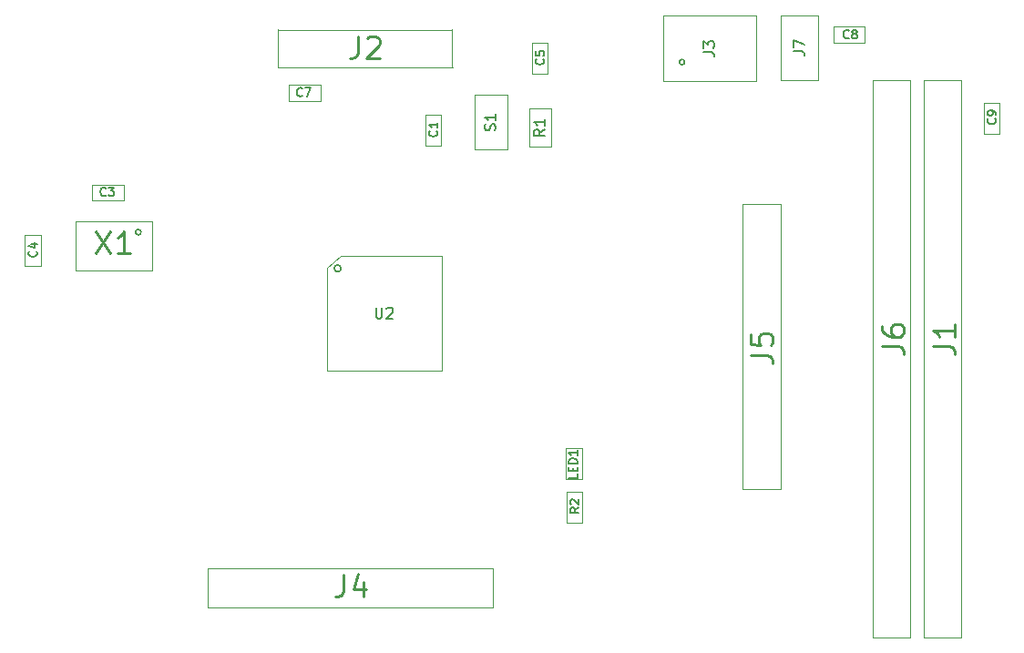
<source format=gbr>
G04 #@! TF.FileFunction,Other,Fab,Top*
%FSLAX46Y46*%
G04 Gerber Fmt 4.6, Leading zero omitted, Abs format (unit mm)*
G04 Created by KiCad (PCBNEW 4.0.6) date Sat Aug 26 00:36:03 2017*
%MOMM*%
%LPD*%
G01*
G04 APERTURE LIST*
%ADD10C,0.100000*%
%ADD11C,0.045720*%
%ADD12C,0.152400*%
%ADD13C,0.050000*%
%ADD14C,0.200000*%
%ADD15C,0.050800*%
%ADD16C,0.150000*%
%ADD17C,0.254000*%
G04 APERTURE END LIST*
D10*
D11*
X161290000Y-78041500D02*
X162623500Y-76962000D01*
D12*
X162623500Y-78105000D02*
G75*
G03X162623500Y-78105000I-317500J0D01*
G01*
D13*
X171958000Y-87630000D02*
X171958000Y-76962000D01*
X161290000Y-87630000D02*
X171958000Y-87630000D01*
X161290000Y-78041500D02*
X161290000Y-87630000D01*
X171958000Y-76962000D02*
X162623500Y-76962000D01*
X170446000Y-66728000D02*
X170446000Y-63828000D01*
X170446000Y-66728000D02*
X171946000Y-66728000D01*
X170446000Y-63828000D02*
X171946000Y-63828000D01*
X171946000Y-66728000D02*
X171946000Y-63828000D01*
X142420000Y-71810000D02*
X139520000Y-71810000D01*
X142420000Y-71810000D02*
X142420000Y-70310000D01*
X139520000Y-71810000D02*
X139520000Y-70310000D01*
X142420000Y-70310000D02*
X139520000Y-70310000D01*
X133220000Y-77920000D02*
X133220000Y-75020000D01*
X133220000Y-77920000D02*
X134720000Y-77920000D01*
X133220000Y-75020000D02*
X134720000Y-75020000D01*
X134720000Y-77920000D02*
X134720000Y-75020000D01*
X180352000Y-60042720D02*
X180352000Y-57142720D01*
X180352000Y-60042720D02*
X181852000Y-60042720D01*
X180352000Y-57142720D02*
X181852000Y-57142720D01*
X181852000Y-60042720D02*
X181852000Y-57142720D01*
X160692760Y-62548200D02*
X157792760Y-62548200D01*
X160692760Y-62548200D02*
X160692760Y-61048200D01*
X157792760Y-62548200D02*
X157792760Y-61048200D01*
X160692760Y-61048200D02*
X157792760Y-61048200D01*
X208414960Y-55597360D02*
X211314960Y-55597360D01*
X208414960Y-55597360D02*
X208414960Y-57097360D01*
X211314960Y-55597360D02*
X211314960Y-57097360D01*
X208414960Y-57097360D02*
X211314960Y-57097360D01*
X222340740Y-65602780D02*
X222340740Y-62702780D01*
X222340740Y-65602780D02*
X223840740Y-65602780D01*
X222340740Y-62702780D02*
X223840740Y-62702780D01*
X223840740Y-65602780D02*
X223840740Y-62702780D01*
X172960000Y-55910000D02*
X156760000Y-55910000D01*
X172950000Y-55900000D02*
X172950000Y-59400000D01*
X172970000Y-59390000D02*
X156770000Y-59390000D01*
X156780000Y-55890000D02*
X156780000Y-59390000D01*
X201168000Y-54610000D02*
X192532000Y-54610000D01*
X201168000Y-60706000D02*
X201168000Y-54610000D01*
X192532000Y-60706000D02*
X201168000Y-60706000D01*
X192532000Y-54610000D02*
X192532000Y-60706000D01*
D14*
X194564000Y-58928000D02*
G75*
G03X194564000Y-58928000I-254000J0D01*
G01*
D15*
X176750000Y-109590000D02*
X150250000Y-109590000D01*
X176750000Y-105990000D02*
X176750000Y-109590000D01*
X150250000Y-105990000D02*
X176750000Y-105990000D01*
X150250000Y-109590000D02*
X150250000Y-105990000D01*
X199910000Y-98660000D02*
X199910000Y-72160000D01*
X203510000Y-98660000D02*
X199910000Y-98660000D01*
X203510000Y-72160000D02*
X203510000Y-98660000D01*
X199910000Y-72160000D02*
X203510000Y-72160000D01*
D13*
X184994200Y-94785600D02*
X184994200Y-97685600D01*
X184994200Y-94785600D02*
X183494200Y-94785600D01*
X184994200Y-97685600D02*
X183494200Y-97685600D01*
X183494200Y-94785600D02*
X183494200Y-97685600D01*
X180086000Y-66802000D02*
X182118000Y-66802000D01*
X180086000Y-63246000D02*
X180086000Y-66802000D01*
X182118000Y-63246000D02*
X180086000Y-63246000D01*
X182118000Y-66802000D02*
X182118000Y-63246000D01*
X183549600Y-101735200D02*
X183549600Y-98835200D01*
X183549600Y-101735200D02*
X185049600Y-101735200D01*
X183549600Y-98835200D02*
X185049600Y-98835200D01*
X185049600Y-101735200D02*
X185049600Y-98835200D01*
X178054000Y-61976000D02*
X178054000Y-67056000D01*
X175006000Y-61976000D02*
X178054000Y-61976000D01*
X175006000Y-67056000D02*
X175006000Y-61976000D01*
X178054000Y-67056000D02*
X175006000Y-67056000D01*
X145046000Y-78290000D02*
X137934000Y-78290000D01*
X145046000Y-73718000D02*
X145046000Y-78290000D01*
X137934000Y-73718000D02*
X145046000Y-73718000D01*
X137934000Y-78290000D02*
X137934000Y-73718000D01*
D14*
X144030000Y-74734000D02*
G75*
G03X144030000Y-74734000I-254000J0D01*
G01*
D15*
X216750000Y-112390000D02*
X216750000Y-60640000D01*
X220250000Y-112390000D02*
X216750000Y-112390000D01*
X220250000Y-60640000D02*
X220250000Y-112390000D01*
X216750000Y-60640000D02*
X220250000Y-60640000D01*
X212030000Y-112390000D02*
X212030000Y-60640000D01*
X215530000Y-112390000D02*
X212030000Y-112390000D01*
X215530000Y-60640000D02*
X215530000Y-112390000D01*
X212030000Y-60640000D02*
X215530000Y-60640000D01*
D13*
X206990000Y-60600000D02*
X206990000Y-54600000D01*
X206990000Y-60600000D02*
X203490000Y-60600000D01*
X203490000Y-54600000D02*
X203490000Y-60600000D01*
X206990000Y-54600000D02*
X203490000Y-54600000D01*
D16*
X165862095Y-81748381D02*
X165862095Y-82557905D01*
X165909714Y-82653143D01*
X165957333Y-82700762D01*
X166052571Y-82748381D01*
X166243048Y-82748381D01*
X166338286Y-82700762D01*
X166385905Y-82653143D01*
X166433524Y-82557905D01*
X166433524Y-81748381D01*
X166862095Y-81843619D02*
X166909714Y-81796000D01*
X167004952Y-81748381D01*
X167243048Y-81748381D01*
X167338286Y-81796000D01*
X167385905Y-81843619D01*
X167433524Y-81938857D01*
X167433524Y-82034095D01*
X167385905Y-82176952D01*
X166814476Y-82748381D01*
X167433524Y-82748381D01*
X171521714Y-65321333D02*
X171559810Y-65359428D01*
X171597905Y-65473714D01*
X171597905Y-65549904D01*
X171559810Y-65664190D01*
X171483619Y-65740381D01*
X171407429Y-65778476D01*
X171255048Y-65816571D01*
X171140762Y-65816571D01*
X170988381Y-65778476D01*
X170912190Y-65740381D01*
X170836000Y-65664190D01*
X170797905Y-65549904D01*
X170797905Y-65473714D01*
X170836000Y-65359428D01*
X170874095Y-65321333D01*
X171597905Y-64559428D02*
X171597905Y-65016571D01*
X171597905Y-64788000D02*
X170797905Y-64788000D01*
X170912190Y-64864190D01*
X170988381Y-64940381D01*
X171026476Y-65016571D01*
X140746667Y-71305714D02*
X140708572Y-71343810D01*
X140594286Y-71381905D01*
X140518096Y-71381905D01*
X140403810Y-71343810D01*
X140327619Y-71267619D01*
X140289524Y-71191429D01*
X140251429Y-71039048D01*
X140251429Y-70924762D01*
X140289524Y-70772381D01*
X140327619Y-70696190D01*
X140403810Y-70620000D01*
X140518096Y-70581905D01*
X140594286Y-70581905D01*
X140708572Y-70620000D01*
X140746667Y-70658095D01*
X141013334Y-70581905D02*
X141508572Y-70581905D01*
X141241905Y-70886667D01*
X141356191Y-70886667D01*
X141432381Y-70924762D01*
X141470477Y-70962857D01*
X141508572Y-71039048D01*
X141508572Y-71229524D01*
X141470477Y-71305714D01*
X141432381Y-71343810D01*
X141356191Y-71381905D01*
X141127619Y-71381905D01*
X141051429Y-71343810D01*
X141013334Y-71305714D01*
X134295714Y-76513333D02*
X134333810Y-76551428D01*
X134371905Y-76665714D01*
X134371905Y-76741904D01*
X134333810Y-76856190D01*
X134257619Y-76932381D01*
X134181429Y-76970476D01*
X134029048Y-77008571D01*
X133914762Y-77008571D01*
X133762381Y-76970476D01*
X133686190Y-76932381D01*
X133610000Y-76856190D01*
X133571905Y-76741904D01*
X133571905Y-76665714D01*
X133610000Y-76551428D01*
X133648095Y-76513333D01*
X133838571Y-75827619D02*
X134371905Y-75827619D01*
X133533810Y-76018095D02*
X134105238Y-76208571D01*
X134105238Y-75713333D01*
X181427714Y-58636053D02*
X181465810Y-58674148D01*
X181503905Y-58788434D01*
X181503905Y-58864624D01*
X181465810Y-58978910D01*
X181389619Y-59055101D01*
X181313429Y-59093196D01*
X181161048Y-59131291D01*
X181046762Y-59131291D01*
X180894381Y-59093196D01*
X180818190Y-59055101D01*
X180742000Y-58978910D01*
X180703905Y-58864624D01*
X180703905Y-58788434D01*
X180742000Y-58674148D01*
X180780095Y-58636053D01*
X180703905Y-57912243D02*
X180703905Y-58293196D01*
X181084857Y-58331291D01*
X181046762Y-58293196D01*
X181008667Y-58217005D01*
X181008667Y-58026529D01*
X181046762Y-57950339D01*
X181084857Y-57912243D01*
X181161048Y-57874148D01*
X181351524Y-57874148D01*
X181427714Y-57912243D01*
X181465810Y-57950339D01*
X181503905Y-58026529D01*
X181503905Y-58217005D01*
X181465810Y-58293196D01*
X181427714Y-58331291D01*
X159019427Y-62043914D02*
X158981332Y-62082010D01*
X158867046Y-62120105D01*
X158790856Y-62120105D01*
X158676570Y-62082010D01*
X158600379Y-62005819D01*
X158562284Y-61929629D01*
X158524189Y-61777248D01*
X158524189Y-61662962D01*
X158562284Y-61510581D01*
X158600379Y-61434390D01*
X158676570Y-61358200D01*
X158790856Y-61320105D01*
X158867046Y-61320105D01*
X158981332Y-61358200D01*
X159019427Y-61396295D01*
X159286094Y-61320105D02*
X159819427Y-61320105D01*
X159476570Y-62120105D01*
X209821627Y-56673074D02*
X209783532Y-56711170D01*
X209669246Y-56749265D01*
X209593056Y-56749265D01*
X209478770Y-56711170D01*
X209402579Y-56634979D01*
X209364484Y-56558789D01*
X209326389Y-56406408D01*
X209326389Y-56292122D01*
X209364484Y-56139741D01*
X209402579Y-56063550D01*
X209478770Y-55987360D01*
X209593056Y-55949265D01*
X209669246Y-55949265D01*
X209783532Y-55987360D01*
X209821627Y-56025455D01*
X210278770Y-56292122D02*
X210202579Y-56254027D01*
X210164484Y-56215931D01*
X210126389Y-56139741D01*
X210126389Y-56101646D01*
X210164484Y-56025455D01*
X210202579Y-55987360D01*
X210278770Y-55949265D01*
X210431151Y-55949265D01*
X210507341Y-55987360D01*
X210545437Y-56025455D01*
X210583532Y-56101646D01*
X210583532Y-56139741D01*
X210545437Y-56215931D01*
X210507341Y-56254027D01*
X210431151Y-56292122D01*
X210278770Y-56292122D01*
X210202579Y-56330217D01*
X210164484Y-56368312D01*
X210126389Y-56444503D01*
X210126389Y-56596884D01*
X210164484Y-56673074D01*
X210202579Y-56711170D01*
X210278770Y-56749265D01*
X210431151Y-56749265D01*
X210507341Y-56711170D01*
X210545437Y-56673074D01*
X210583532Y-56596884D01*
X210583532Y-56444503D01*
X210545437Y-56368312D01*
X210507341Y-56330217D01*
X210431151Y-56292122D01*
X223416454Y-64196113D02*
X223454550Y-64234208D01*
X223492645Y-64348494D01*
X223492645Y-64424684D01*
X223454550Y-64538970D01*
X223378359Y-64615161D01*
X223302169Y-64653256D01*
X223149788Y-64691351D01*
X223035502Y-64691351D01*
X222883121Y-64653256D01*
X222806930Y-64615161D01*
X222730740Y-64538970D01*
X222692645Y-64424684D01*
X222692645Y-64348494D01*
X222730740Y-64234208D01*
X222768835Y-64196113D01*
X223492645Y-63815161D02*
X223492645Y-63662780D01*
X223454550Y-63586589D01*
X223416454Y-63548494D01*
X223302169Y-63472303D01*
X223149788Y-63434208D01*
X222845026Y-63434208D01*
X222768835Y-63472303D01*
X222730740Y-63510399D01*
X222692645Y-63586589D01*
X222692645Y-63738970D01*
X222730740Y-63815161D01*
X222768835Y-63853256D01*
X222845026Y-63891351D01*
X223035502Y-63891351D01*
X223111692Y-63853256D01*
X223149788Y-63815161D01*
X223187883Y-63738970D01*
X223187883Y-63586589D01*
X223149788Y-63510399D01*
X223111692Y-63472303D01*
X223035502Y-63434208D01*
D17*
X164182667Y-56537238D02*
X164182667Y-57988667D01*
X164085905Y-58278952D01*
X163892381Y-58472476D01*
X163602096Y-58569238D01*
X163408572Y-58569238D01*
X165053524Y-56730762D02*
X165150286Y-56634000D01*
X165343809Y-56537238D01*
X165827619Y-56537238D01*
X166021143Y-56634000D01*
X166117905Y-56730762D01*
X166214666Y-56924286D01*
X166214666Y-57117810D01*
X166117905Y-57408095D01*
X164956762Y-58569238D01*
X166214666Y-58569238D01*
D16*
X196302381Y-57991333D02*
X197016667Y-57991333D01*
X197159524Y-58038953D01*
X197254762Y-58134191D01*
X197302381Y-58277048D01*
X197302381Y-58372286D01*
X196302381Y-57610381D02*
X196302381Y-56991333D01*
X196683333Y-57324667D01*
X196683333Y-57181809D01*
X196730952Y-57086571D01*
X196778571Y-57038952D01*
X196873810Y-56991333D01*
X197111905Y-56991333D01*
X197207143Y-57038952D01*
X197254762Y-57086571D01*
X197302381Y-57181809D01*
X197302381Y-57467524D01*
X197254762Y-57562762D01*
X197207143Y-57610381D01*
D17*
X162872667Y-106577238D02*
X162872667Y-108028667D01*
X162775905Y-108318952D01*
X162582381Y-108512476D01*
X162292096Y-108609238D01*
X162098572Y-108609238D01*
X164711143Y-107254571D02*
X164711143Y-108609238D01*
X164227333Y-106480476D02*
X163743524Y-107931905D01*
X165001428Y-107931905D01*
X200697238Y-86137333D02*
X202148667Y-86137333D01*
X202438952Y-86234095D01*
X202632476Y-86427619D01*
X202729238Y-86717904D01*
X202729238Y-86911428D01*
X200697238Y-84202095D02*
X200697238Y-85169714D01*
X201664857Y-85266476D01*
X201568095Y-85169714D01*
X201471333Y-84976191D01*
X201471333Y-84492381D01*
X201568095Y-84298857D01*
X201664857Y-84202095D01*
X201858381Y-84105334D01*
X202342190Y-84105334D01*
X202535714Y-84202095D01*
X202632476Y-84298857D01*
X202729238Y-84492381D01*
X202729238Y-84976191D01*
X202632476Y-85169714D01*
X202535714Y-85266476D01*
D16*
X184566105Y-97220838D02*
X184566105Y-97601791D01*
X183766105Y-97601791D01*
X184147057Y-96954172D02*
X184147057Y-96687505D01*
X184566105Y-96573219D02*
X184566105Y-96954172D01*
X183766105Y-96954172D01*
X183766105Y-96573219D01*
X184566105Y-96230362D02*
X183766105Y-96230362D01*
X183766105Y-96039886D01*
X183804200Y-95925600D01*
X183880390Y-95849409D01*
X183956581Y-95811314D01*
X184108962Y-95773219D01*
X184223248Y-95773219D01*
X184375629Y-95811314D01*
X184451819Y-95849409D01*
X184528010Y-95925600D01*
X184566105Y-96039886D01*
X184566105Y-96230362D01*
X184566105Y-95011314D02*
X184566105Y-95468457D01*
X184566105Y-95239886D02*
X183766105Y-95239886D01*
X183880390Y-95316076D01*
X183956581Y-95392267D01*
X183994676Y-95468457D01*
X181554381Y-65190666D02*
X181078190Y-65524000D01*
X181554381Y-65762095D02*
X180554381Y-65762095D01*
X180554381Y-65381142D01*
X180602000Y-65285904D01*
X180649619Y-65238285D01*
X180744857Y-65190666D01*
X180887714Y-65190666D01*
X180982952Y-65238285D01*
X181030571Y-65285904D01*
X181078190Y-65381142D01*
X181078190Y-65762095D01*
X181554381Y-64238285D02*
X181554381Y-64809714D01*
X181554381Y-64524000D02*
X180554381Y-64524000D01*
X180697238Y-64619238D01*
X180792476Y-64714476D01*
X180840095Y-64809714D01*
X184701505Y-100328533D02*
X184320552Y-100595200D01*
X184701505Y-100785676D02*
X183901505Y-100785676D01*
X183901505Y-100480914D01*
X183939600Y-100404723D01*
X183977695Y-100366628D01*
X184053886Y-100328533D01*
X184168171Y-100328533D01*
X184244362Y-100366628D01*
X184282457Y-100404723D01*
X184320552Y-100480914D01*
X184320552Y-100785676D01*
X183977695Y-100023771D02*
X183939600Y-99985676D01*
X183901505Y-99909485D01*
X183901505Y-99719009D01*
X183939600Y-99642819D01*
X183977695Y-99604723D01*
X184053886Y-99566628D01*
X184130076Y-99566628D01*
X184244362Y-99604723D01*
X184701505Y-100061866D01*
X184701505Y-99566628D01*
X176934762Y-65277905D02*
X176982381Y-65135048D01*
X176982381Y-64896952D01*
X176934762Y-64801714D01*
X176887143Y-64754095D01*
X176791905Y-64706476D01*
X176696667Y-64706476D01*
X176601429Y-64754095D01*
X176553810Y-64801714D01*
X176506190Y-64896952D01*
X176458571Y-65087429D01*
X176410952Y-65182667D01*
X176363333Y-65230286D01*
X176268095Y-65277905D01*
X176172857Y-65277905D01*
X176077619Y-65230286D01*
X176030000Y-65182667D01*
X175982381Y-65087429D01*
X175982381Y-64849333D01*
X176030000Y-64706476D01*
X176982381Y-63754095D02*
X176982381Y-64325524D01*
X176982381Y-64039810D02*
X175982381Y-64039810D01*
X176125238Y-64135048D01*
X176220476Y-64230286D01*
X176268095Y-64325524D01*
D17*
X139845048Y-74637238D02*
X141199714Y-76669238D01*
X141199714Y-74637238D02*
X139845048Y-76669238D01*
X143038190Y-76669238D02*
X141877048Y-76669238D01*
X142457619Y-76669238D02*
X142457619Y-74637238D01*
X142264095Y-74927524D01*
X142070571Y-75121048D01*
X141877048Y-75217810D01*
X217637238Y-85317333D02*
X219088667Y-85317333D01*
X219378952Y-85414095D01*
X219572476Y-85607619D01*
X219669238Y-85897904D01*
X219669238Y-86091428D01*
X219669238Y-83285334D02*
X219669238Y-84446476D01*
X219669238Y-83865905D02*
X217637238Y-83865905D01*
X217927524Y-84059429D01*
X218121048Y-84252953D01*
X218217810Y-84446476D01*
X212917238Y-85317333D02*
X214368667Y-85317333D01*
X214658952Y-85414095D01*
X214852476Y-85607619D01*
X214949238Y-85897904D01*
X214949238Y-86091428D01*
X212917238Y-83478857D02*
X212917238Y-83865905D01*
X213014000Y-84059429D01*
X213110762Y-84156191D01*
X213401048Y-84349714D01*
X213788095Y-84446476D01*
X214562190Y-84446476D01*
X214755714Y-84349714D01*
X214852476Y-84252953D01*
X214949238Y-84059429D01*
X214949238Y-83672381D01*
X214852476Y-83478857D01*
X214755714Y-83382095D01*
X214562190Y-83285334D01*
X214078381Y-83285334D01*
X213884857Y-83382095D01*
X213788095Y-83478857D01*
X213691333Y-83672381D01*
X213691333Y-84059429D01*
X213788095Y-84252953D01*
X213884857Y-84349714D01*
X214078381Y-84446476D01*
D12*
X204683619Y-57938667D02*
X205409333Y-57938667D01*
X205554476Y-57987047D01*
X205651238Y-58083809D01*
X205699619Y-58228952D01*
X205699619Y-58325714D01*
X204683619Y-57551619D02*
X204683619Y-56874286D01*
X205699619Y-57309714D01*
M02*

</source>
